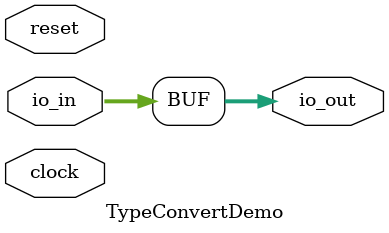
<source format=v>
module TypeConvertDemo(
  input        clock,
  input        reset,
  input  [3:0] io_in,
  output [3:0] io_out
);
  assign io_out = io_in; // @[test.scala 13:10]
  always @(posedge clock) begin
    `ifndef SYNTHESIS
    `ifdef PRINTF_COND
      if (`PRINTF_COND) begin
    `endif
        if (~reset) begin
          $fwrite(32'h80000002,"8"); // @[test.scala 15:9]
        end
    `ifdef PRINTF_COND
      end
    `endif
    `endif // SYNTHESIS
  end
endmodule

</source>
